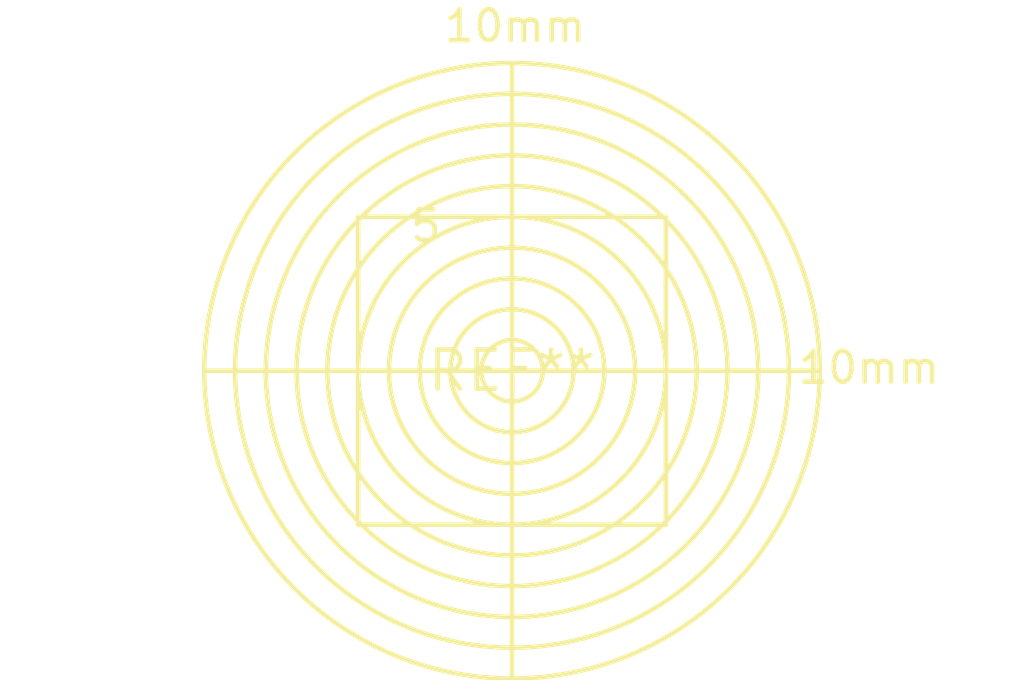
<source format=kicad_pcb>
(kicad_pcb (version 20240108) (generator pcbnew)
  (layers (0 "F.Cu" signal) (31 "B.Cu" signal) (34 "B.Paste" user) (35 "F.Paste" user) (36 "B.SilkS" user "B.Silkscreen") (37 "F.SilkS" user "F.Silkscreen") (38 "B.Mask" user) (39 "F.Mask" user) (44 "Edge.Cuts" user))
  (net 0 "")
  (footprint "Gauge_10mm_Type3_SilkScreenTop" (layer "F.Cu") (at 0 0)
    (property "Reference" "REF**")
    (property "Value" "Gauge_10mm_Type3_SilkScreenTop")
    (fp_line (start -5.00126 -5.00126) (end -5.00126 0) (layer "F.SilkS") (stroke (width 0.15)))
    (fp_line (start -5.00126 5.00126) (end -5.00126 0) (layer "F.SilkS") (stroke (width 0.15)))
    (fp_line (start -1.99898 0) (end -9.99998 0) (layer "F.SilkS") (stroke (width 0.15)))
    (fp_line (start 0 -5.00126) (end -5.00126 -5.00126) (layer "F.SilkS") (stroke (width 0.15)))
    (fp_line (start 0 -5.00126) (end 5.00126 -5.00126) (layer "F.SilkS") (stroke (width 0.15)))
    (fp_line (start 0 0) (end -1.99898 0) (layer "F.SilkS") (stroke (width 0.15)))
    (fp_line (start 0 0) (end 0 -9.99998) (layer "F.SilkS") (stroke (width 0.15)))
    (fp_line (start 0 0) (end 0 1.99898) (layer "F.SilkS") (stroke (width 0.15)))
    (fp_line (start 0 0) (end 9.99998 0) (layer "F.SilkS") (stroke (width 0.15)))
    (fp_line (start 0 1.99898) (end 0 9.99998) (layer "F.SilkS") (stroke (width 0.15)))
    (fp_line (start 0 5.00126) (end -5.00126 5.00126) (layer "F.SilkS") (stroke (width 0.15)))
    (fp_line (start 5.00126 -5.00126) (end 5.00126 0) (layer "F.SilkS") (stroke (width 0.15)))
    (fp_line (start 5.00126 0) (end 5.00126 5.00126) (layer "F.SilkS") (stroke (width 0.15)))
    (fp_line (start 5.00126 5.00126) (end 0 5.00126) (layer "F.SilkS") (stroke (width 0.15)))
    (fp_circle (center 0 0) (end 0 -8.99922) (layer "F.SilkS") (stroke (width 0.15)) (fill none))
    (fp_circle (center 0 0) (end 0 -8.001) (layer "F.SilkS") (stroke (width 0.15)) (fill none))
    (fp_circle (center 0 0) (end 0 -7.00024) (layer "F.SilkS") (stroke (width 0.15)) (fill none))
    (fp_circle (center 0 0) (end 0 -5.99948) (layer "F.SilkS") (stroke (width 0.15)) (fill none))
    (fp_circle (center 0 0) (end 0 -4.0005) (layer "F.SilkS") (stroke (width 0.15)) (fill none))
    (fp_circle (center 0 0) (end 0 -2.99974) (layer "F.SilkS") (stroke (width 0.15)) (fill none))
    (fp_circle (center 0 0) (end 0 -1.99898) (layer "F.SilkS") (stroke (width 0.15)) (fill none))
    (fp_circle (center 0 0) (end 0 -1.00076) (layer "F.SilkS") (stroke (width 0.15)) (fill none))
    (fp_circle (center 0 0) (end 5.00126 0) (layer "F.SilkS") (stroke (width 0.15)) (fill none))
    (fp_circle (center 0 0) (end 9.99998 0) (layer "F.SilkS") (stroke (width 0.15)) (fill none))
    (fp_text user "10mm" (at 11.60018 -0.09906 0) (layer "F.SilkS"))
    (fp_text user "10mm" (at 0.09906 -11.19886 0) (layer "F.SilkS"))
    (fp_text user "5" (at -2.79908 -4.699 0) (layer "F.SilkS"))
  )
)
</source>
